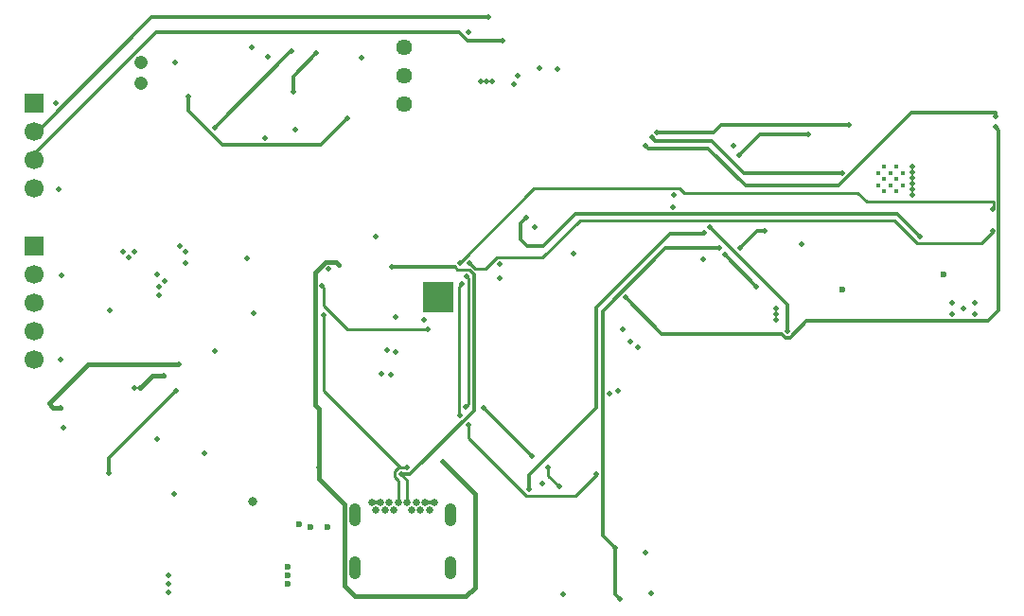
<source format=gbr>
%TF.GenerationSoftware,KiCad,Pcbnew,9.0.4*%
%TF.CreationDate,2025-09-02T02:13:18+05:30*%
%TF.ProjectId,ESP32 project,45535033-3220-4707-926f-6a6563742e6b,rev?*%
%TF.SameCoordinates,Original*%
%TF.FileFunction,Copper,L4,Bot*%
%TF.FilePolarity,Positive*%
%FSLAX46Y46*%
G04 Gerber Fmt 4.6, Leading zero omitted, Abs format (unit mm)*
G04 Created by KiCad (PCBNEW 9.0.4) date 2025-09-02 02:13:18*
%MOMM*%
%LPD*%
G01*
G04 APERTURE LIST*
%TA.AperFunction,ComponentPad*%
%ADD10C,0.400000*%
%TD*%
%TA.AperFunction,ComponentPad*%
%ADD11C,1.208000*%
%TD*%
%TA.AperFunction,ComponentPad*%
%ADD12C,1.440000*%
%TD*%
%TA.AperFunction,ComponentPad*%
%ADD13R,1.700000X1.700000*%
%TD*%
%TA.AperFunction,ComponentPad*%
%ADD14C,1.700000*%
%TD*%
%TA.AperFunction,ComponentPad*%
%ADD15C,0.650000*%
%TD*%
%TA.AperFunction,ComponentPad*%
%ADD16O,1.050000X2.100000*%
%TD*%
%TA.AperFunction,ComponentPad*%
%ADD17C,0.600000*%
%TD*%
%TA.AperFunction,SMDPad,CuDef*%
%ADD18R,2.800000X2.800000*%
%TD*%
%TA.AperFunction,ViaPad*%
%ADD19C,0.500000*%
%TD*%
%TA.AperFunction,ViaPad*%
%ADD20C,0.600000*%
%TD*%
%TA.AperFunction,ViaPad*%
%ADD21C,0.800000*%
%TD*%
%TA.AperFunction,Conductor*%
%ADD22C,0.254000*%
%TD*%
%TA.AperFunction,Conductor*%
%ADD23C,0.300000*%
%TD*%
%TA.AperFunction,Conductor*%
%ADD24C,0.400000*%
%TD*%
G04 APERTURE END LIST*
D10*
%TO.P,U5,28,GND*%
%TO.N,GND*%
X211300000Y-86850000D03*
%TO.P,U5,29,GND*%
X212400000Y-86850000D03*
%TO.P,U5,30,GND*%
X210750000Y-87400000D03*
%TO.P,U5,31,GND*%
X211850000Y-87400000D03*
%TO.P,U5,32,GND*%
X212950000Y-87400000D03*
%TO.P,U5,33,GND*%
X211300000Y-87950000D03*
%TO.P,U5,34,GND*%
X212400000Y-87950000D03*
%TO.P,U5,35,GND*%
X210750000Y-88500000D03*
%TO.P,U5,36,GND*%
X211850000Y-88500000D03*
%TO.P,U5,37,GND*%
X212950000Y-88500000D03*
%TO.P,U5,38,GND*%
X211300000Y-89050000D03*
%TO.P,U5,39,GND*%
X212400000Y-89050000D03*
%TD*%
D11*
%TO.P,MK1,GND*%
%TO.N,GND*%
X144850000Y-77510000D03*
%TO.P,MK1,OUT*%
%TO.N,Net-(U7-IN+)*%
X144850000Y-79410000D03*
%TD*%
D12*
%TO.P,R32,1*%
%TO.N,/ESP32-C3-02/MIC_OUT*%
X168350000Y-81290000D03*
%TO.P,R32,2*%
X168350000Y-78750000D03*
%TO.P,R32,3*%
%TO.N,Net-(R28-Pad1)*%
X168350000Y-76210000D03*
%TD*%
D13*
%TO.P,J5,1,Pin_1*%
%TO.N,+3.3V*%
X135250000Y-93980000D03*
D14*
%TO.P,J5,2,Pin_2*%
%TO.N,/ESP32-C3-02/GPIO8*%
X135250000Y-96520000D03*
%TO.P,J5,3,Pin_3*%
%TO.N,/ESP32-C3-02/GPIO18*%
X135250000Y-99060000D03*
%TO.P,J5,4,Pin_4*%
%TO.N,/ESP32-C3-02/GPIO19*%
X135250000Y-101600000D03*
%TO.P,J5,5,Pin_5*%
%TO.N,GND*%
X135250000Y-104140000D03*
%TD*%
D15*
%TO.P,J1,B1,GNDB1*%
%TO.N,GND*%
X171050000Y-116870000D03*
%TO.P,J1,B2,SSTXP2*%
%TO.N,unconnected-(J1-SSTXP2-PadB2)*%
X170650000Y-117580000D03*
%TO.P,J1,B3,SSTXN2*%
%TO.N,unconnected-(J1-SSTXN2-PadB3)*%
X169850000Y-117580000D03*
%TO.P,J1,B4,VBUSB1*%
%TO.N,/vBUS*%
X169450000Y-116870000D03*
%TO.P,J1,B5,CC2*%
%TO.N,Net-(J1-CC2)*%
X169050000Y-117580000D03*
%TO.P,J1,B6,DP2*%
%TO.N,/USB_DP*%
X168650000Y-116870000D03*
%TO.P,J1,B7,DN2*%
%TO.N,/USB_DN*%
X167850000Y-116870000D03*
%TO.P,J1,B8,SBU2*%
%TO.N,unconnected-(J1-SBU2-PadB8)*%
X167450000Y-117580000D03*
%TO.P,J1,B9,VBUSB2*%
%TO.N,/vBUS*%
X167050000Y-116870000D03*
%TO.P,J1,B10,SSRXN1*%
%TO.N,unconnected-(J1-SSRXN1-PadB10)*%
X166650000Y-117580000D03*
%TO.P,J1,B11,SSRXP1*%
%TO.N,unconnected-(J1-SSRXP1-PadB11)*%
X165850000Y-117580000D03*
%TO.P,J1,B12,GNDB2*%
%TO.N,GND*%
X165450000Y-116870000D03*
%TO.P,J1,G1,GND/SHIELD*%
X170250000Y-116870000D03*
%TO.P,J1,G2,GND/SHIELD*%
X166250000Y-116870000D03*
D16*
%TO.P,J1,S1,GND/SHIELD*%
X163980000Y-118020000D03*
%TO.P,J1,S2,GND/SHIELD*%
X172520000Y-118020000D03*
%TO.P,J1,S3,GND/SHIELD*%
X163980000Y-122750000D03*
%TO.P,J1,S4,GND/SHIELD*%
X172520000Y-122750000D03*
%TD*%
D17*
%TO.P,U3,21,GND*%
%TO.N,Net-(U3-GND-Pad12)*%
X171000000Y-98527500D03*
X171450000Y-98077500D03*
X171450000Y-98527500D03*
D18*
X171450000Y-98527500D03*
D17*
X171450000Y-98977500D03*
X171900000Y-98527500D03*
%TD*%
D13*
%TO.P,J4,1,Pin_1*%
%TO.N,+3.3V*%
X135250000Y-81190000D03*
D14*
%TO.P,J4,2,Pin_2*%
%TO.N,/ESP32-C3-02/SDA*%
X135250000Y-83730000D03*
%TO.P,J4,3,Pin_3*%
%TO.N,/ESP32-C3-02/SCL*%
X135250000Y-86270000D03*
%TO.P,J4,4,Pin_4*%
%TO.N,GND*%
X135250000Y-88810000D03*
%TD*%
D19*
%TO.N,/+5v_USB*%
X146830331Y-105569669D03*
%TO.N,/ESP32-C3-02/CTS*%
X185549000Y-114350000D03*
X174148236Y-109998236D03*
X173374707Y-109074707D03*
X173545000Y-97377000D03*
%TO.N,/ESP32-C3-02/RTS*%
X173950000Y-96700000D03*
X182250000Y-115500000D03*
X181250000Y-113750000D03*
X179832000Y-112776000D03*
X179832000Y-112776000D03*
X175450000Y-108400000D03*
X173900000Y-108350000D03*
%TO.N,/ESP32-C3-02/EN*%
X204550000Y-84000000D03*
X198350000Y-85850000D03*
X195200000Y-92805000D03*
X179550000Y-115700000D03*
%TO.N,/ESP32-C3-02/BOOT*%
X200650000Y-92600000D03*
X198413909Y-94136091D03*
X196564225Y-94130620D03*
%TO.N,/ESP32-C3-02/GPIO8*%
X137700000Y-96550000D03*
%TO.N,/ESP32-C3-02/SCL*%
X177200000Y-75600000D03*
%TO.N,/ESP32-C3-02/SDA*%
X175900000Y-73500000D03*
D20*
%TO.N,+3.3V*%
X207600000Y-97850000D03*
X216650000Y-96500000D03*
D19*
%TO.N,+5V*%
X137600000Y-108450000D03*
X148200000Y-104550000D03*
X154900000Y-100000000D03*
%TO.N,GND*%
X178150000Y-79450000D03*
X147850000Y-77500000D03*
X147320000Y-124206000D03*
X213868000Y-86868000D03*
X213868000Y-88392000D03*
X178500000Y-78700000D03*
X147800000Y-116100000D03*
X218440000Y-99568000D03*
X217424000Y-100076000D03*
X137450000Y-88850000D03*
X174100000Y-74850000D03*
X147320000Y-123444000D03*
X201676000Y-100584000D03*
X203950000Y-93750000D03*
X183550000Y-94650000D03*
X213868000Y-87376000D03*
X142000000Y-99700000D03*
X219456000Y-100076000D03*
X213868000Y-87884000D03*
X219456000Y-99060000D03*
X154300000Y-95100000D03*
X201676000Y-99568000D03*
X189992000Y-121412000D03*
X187500000Y-106900000D03*
X190500000Y-125050000D03*
X150500000Y-112500000D03*
X154750000Y-76150000D03*
X201676000Y-100076000D03*
X165800000Y-93100000D03*
X167600000Y-100350000D03*
X158600000Y-83550000D03*
X147320000Y-124968000D03*
X213868000Y-89408000D03*
X213868000Y-88900000D03*
X186750000Y-107200000D03*
X182600000Y-125150000D03*
X146304000Y-111252000D03*
X217424000Y-99060000D03*
X137850000Y-110200000D03*
X137650000Y-104150000D03*
X187900000Y-101400000D03*
X197850000Y-85000000D03*
X167200000Y-105450000D03*
X151400000Y-103350000D03*
X166350000Y-105350000D03*
D20*
%TO.N,/vBUS*%
X159004000Y-118872000D03*
D19*
X160750000Y-113800000D03*
X162550000Y-95650000D03*
D20*
X161544000Y-119126000D03*
D19*
X171850000Y-113250000D03*
D20*
X160020000Y-119097979D03*
D19*
%TO.N,+3.3V*%
X144272000Y-94488000D03*
X166850000Y-103250000D03*
X156150000Y-77050000D03*
X180050000Y-92300000D03*
X146939710Y-97055231D03*
X148336000Y-93980000D03*
X192500000Y-89400000D03*
X175768000Y-79248000D03*
X155900000Y-84300000D03*
X143256000Y-94488000D03*
X176276000Y-79248000D03*
X167600000Y-103450000D03*
X143764000Y-94996000D03*
X180450000Y-78000000D03*
X146450000Y-98389560D03*
X175260000Y-79248000D03*
X146304000Y-96520000D03*
X189300000Y-103050000D03*
X182050000Y-78100000D03*
X148844000Y-95504000D03*
X188600000Y-102500000D03*
X195100000Y-95150000D03*
X137250000Y-81150000D03*
X176900000Y-95600000D03*
X148844000Y-94488000D03*
X176900000Y-96800000D03*
X170180000Y-100584000D03*
X180700000Y-115200000D03*
X192450000Y-90500000D03*
X146450000Y-97600000D03*
X164600000Y-77150000D03*
D20*
%TO.N,/+5v_USB*%
X157988000Y-124206000D03*
X157988000Y-123444000D03*
D21*
X154800000Y-116800000D03*
D19*
X144780000Y-106680000D03*
D20*
X157988000Y-122682000D03*
D19*
X144272000Y-106680000D03*
%TO.N,Net-(U3-VBUS)*%
X161600000Y-96012000D03*
X170500000Y-101450000D03*
X161036000Y-97536000D03*
%TO.N,Net-(C16-Pad2)*%
X158300000Y-76550000D03*
X151450000Y-83350000D03*
%TO.N,/ESP32-C3-02/MIC_OUT*%
X221300000Y-82400000D03*
X190000000Y-84950000D03*
%TO.N,/ESP32-C3-02/BOOT*%
X187250000Y-121000000D03*
X187650000Y-125500000D03*
%TO.N,Net-(U1-STAT2)*%
X147950000Y-106950000D03*
X141950000Y-114300000D03*
%TO.N,/ESP32-C3-02/SDA*%
X208150000Y-83150000D03*
X191008000Y-83820000D03*
%TO.N,Net-(J3-DAT0)*%
X199900000Y-97600000D03*
X197050000Y-94750000D03*
%TO.N,/ESP32-C3-02/SCL*%
X190532348Y-84263011D03*
X207550000Y-87450000D03*
%TO.N,/ESP32-C3-02/PHOTO_C*%
X221250000Y-83300000D03*
X188150000Y-98550000D03*
%TO.N,Net-(U7-IN+)*%
X163300000Y-82550000D03*
X149100000Y-80600000D03*
%TO.N,/ESP32-C3-02/SCLK*%
X195750000Y-92250000D03*
X202692000Y-101600000D03*
%TO.N,/ESP32-C3-02/CS*%
X179300000Y-91400000D03*
X214500000Y-93150000D03*
%TO.N,/USB_DN*%
X161200000Y-100150000D03*
X168656000Y-113792000D03*
%TO.N,/USB_DP*%
X168084136Y-114369000D03*
X167250000Y-95850000D03*
%TO.N,/ESP32-C3-02/RX_TX*%
X174244000Y-95504000D03*
X221000000Y-92600000D03*
%TO.N,/ESP32-C3-02/TX_RX*%
X173350000Y-95450000D03*
X221000000Y-90650000D03*
%TO.N,Net-(U7-IN-)*%
X160528000Y-76708000D03*
X158450000Y-80150000D03*
%TD*%
D22*
%TO.N,/ESP32-C3-02/RTS*%
X174122000Y-96872000D02*
X173950000Y-96700000D01*
X174122000Y-108128000D02*
X174122000Y-96872000D01*
X173900000Y-108350000D02*
X174122000Y-108128000D01*
D23*
%TO.N,GND*%
X170250000Y-116870000D02*
X171050000Y-116870000D01*
X165450000Y-116870000D02*
X166250000Y-116870000D01*
D24*
%TO.N,/+5v_USB*%
X145890331Y-105569669D02*
X144780000Y-106680000D01*
X146830331Y-105569669D02*
X145890331Y-105569669D01*
D22*
%TO.N,/ESP32-C3-02/CTS*%
X183722000Y-116278000D02*
X185650000Y-114350000D01*
X179310584Y-116278000D02*
X183722000Y-116278000D01*
X185650000Y-114350000D02*
X185549000Y-114350000D01*
X174148236Y-111115652D02*
X179310584Y-116278000D01*
X174148236Y-109998236D02*
X174148236Y-111115652D01*
X173322000Y-109022000D02*
X173374707Y-109074707D01*
X173322000Y-97600000D02*
X173322000Y-109022000D01*
X173545000Y-97377000D02*
X173322000Y-97600000D01*
%TO.N,/USB_DP*%
X173132057Y-96082000D02*
X172900057Y-95850000D01*
X174600000Y-96503468D02*
X174178532Y-96082000D01*
X174178532Y-96082000D02*
X173132057Y-96082000D01*
X174600000Y-96535994D02*
X174600000Y-96503468D01*
D23*
X168049000Y-114369000D02*
X168084136Y-114369000D01*
X168073000Y-114393000D02*
X168049000Y-114369000D01*
X168904943Y-114393000D02*
X168073000Y-114393000D01*
X174600000Y-108697943D02*
X168904943Y-114393000D01*
X174600000Y-96535994D02*
X174600000Y-108697943D01*
X167250000Y-95850000D02*
X172900057Y-95850000D01*
D22*
%TO.N,/ESP32-C3-02/RX_TX*%
X174752000Y-96012000D02*
X175670584Y-96012000D01*
X174752000Y-96012000D02*
X174244000Y-95504000D01*
X220022000Y-93678000D02*
X221100000Y-92600000D01*
X214281295Y-93678000D02*
X220022000Y-93678000D01*
X221100000Y-92600000D02*
X221000000Y-92600000D01*
X212253295Y-91650000D02*
X214281295Y-93678000D01*
X184100000Y-91650000D02*
X212253295Y-91650000D01*
X176682584Y-95000000D02*
X180750000Y-95000000D01*
X180750000Y-95000000D02*
X184100000Y-91650000D01*
X175670584Y-96012000D02*
X176682584Y-95000000D01*
%TO.N,/ESP32-C3-02/RTS*%
X181250000Y-114500000D02*
X182250000Y-115500000D01*
X181250000Y-113750000D02*
X181250000Y-114500000D01*
X179826000Y-112776000D02*
X179832000Y-112776000D01*
X175450000Y-108400000D02*
X179826000Y-112776000D01*
D23*
%TO.N,/ESP32-C3-02/EN*%
X200200000Y-84000000D02*
X204550000Y-84000000D01*
X198350000Y-85850000D02*
X200200000Y-84000000D01*
X185550000Y-99450000D02*
X192150000Y-92850000D01*
X192150000Y-92850000D02*
X195200000Y-92850000D01*
X179550000Y-114450000D02*
X185550000Y-108450000D01*
X179550000Y-115700000D02*
X179550000Y-114450000D01*
X185550000Y-108450000D02*
X185550000Y-99450000D01*
X195200000Y-92850000D02*
X195200000Y-92805000D01*
%TO.N,/ESP32-C3-02/BOOT*%
X199950000Y-92600000D02*
X200650000Y-92600000D01*
X198413909Y-94136091D02*
X199950000Y-92600000D01*
X196583605Y-94150000D02*
X196564225Y-94130620D01*
X196600000Y-94150000D02*
X196583605Y-94150000D01*
X186149000Y-99771768D02*
X191770768Y-94150000D01*
X191770768Y-94150000D02*
X196600000Y-94150000D01*
X186149000Y-119899000D02*
X186149000Y-99771768D01*
X187250000Y-121000000D02*
X186149000Y-119899000D01*
%TO.N,/ESP32-C3-02/SCL*%
X174000057Y-75600000D02*
X177200000Y-75600000D01*
X173259483Y-74859426D02*
X174000057Y-75600000D01*
X146150000Y-74859426D02*
X173259483Y-74859426D01*
X135250000Y-85759426D02*
X146150000Y-74859426D01*
X135250000Y-86270000D02*
X135250000Y-85759426D01*
%TO.N,/ESP32-C3-02/SDA*%
X145800000Y-73500000D02*
X175900000Y-73500000D01*
X135570000Y-83730000D02*
X145800000Y-73500000D01*
X135250000Y-83730000D02*
X135570000Y-83730000D01*
D22*
%TO.N,/USB_DN*%
X168041000Y-113791000D02*
X167333000Y-113083000D01*
X167844720Y-113791000D02*
X168041000Y-113791000D01*
X167506136Y-114608416D02*
X167506136Y-114129584D01*
X167850000Y-114952280D02*
X167506136Y-114608416D01*
X167850000Y-116870000D02*
X167850000Y-114952280D01*
X167506136Y-114129584D02*
X167844720Y-113791000D01*
%TO.N,/USB_DP*%
X168650000Y-114934864D02*
X168084136Y-114369000D01*
X168650000Y-116870000D02*
X168650000Y-114934864D01*
%TO.N,/USB_DN*%
X167333000Y-113083000D02*
X161200000Y-106950000D01*
D24*
%TO.N,+5V*%
X136600000Y-108050000D02*
X140100000Y-104550000D01*
X137000000Y-108450000D02*
X136600000Y-108050000D01*
X140100000Y-104550000D02*
X148150000Y-104550000D01*
X137600000Y-108450000D02*
X137000000Y-108450000D01*
%TO.N,/vBUS*%
X160750000Y-113800000D02*
X160750000Y-114807438D01*
X161330346Y-95361000D02*
X162261000Y-95361000D01*
X164000000Y-125300000D02*
X173900000Y-125300000D01*
X163054000Y-124354000D02*
X164000000Y-125300000D01*
X160385000Y-108185000D02*
X160385000Y-96306346D01*
X160750000Y-114807438D02*
X163054000Y-117111438D01*
X174700000Y-124500000D02*
X174700000Y-116100000D01*
X160385000Y-96306346D02*
X161330346Y-95361000D01*
X163054000Y-117111438D02*
X163054000Y-124354000D01*
X160750000Y-108550000D02*
X160385000Y-108185000D01*
X173900000Y-125300000D02*
X174700000Y-124500000D01*
X160750000Y-113800000D02*
X160750000Y-108550000D01*
X162261000Y-95361000D02*
X162550000Y-95650000D01*
X174700000Y-116100000D02*
X171850000Y-113250000D01*
D22*
%TO.N,Net-(U3-VBUS)*%
X161150000Y-97650000D02*
X161036000Y-97536000D01*
X170500000Y-101450000D02*
X163317416Y-101450000D01*
X163317416Y-101450000D02*
X161150000Y-99282584D01*
X161150000Y-99282584D02*
X161150000Y-97750000D01*
X161150000Y-97750000D02*
X161150000Y-97650000D01*
D23*
%TO.N,Net-(C16-Pad2)*%
X151450000Y-83350000D02*
X158250000Y-76550000D01*
X158250000Y-76550000D02*
X158300000Y-76550000D01*
%TO.N,/ESP32-C3-02/MIC_OUT*%
X190250000Y-85200000D02*
X190000000Y-84950000D01*
X198900000Y-88550000D02*
X195550000Y-85200000D01*
X221300000Y-82400000D02*
X221300000Y-82484000D01*
X221300000Y-82484000D02*
X221300000Y-82050000D01*
X221300000Y-82050000D02*
X213729232Y-82050000D01*
X195550000Y-85200000D02*
X190250000Y-85200000D01*
X207229232Y-88550000D02*
X198900000Y-88550000D01*
X213729232Y-82050000D02*
X207229232Y-88550000D01*
%TO.N,/ESP32-C3-02/BOOT*%
X187250000Y-121000000D02*
X187250000Y-125100000D01*
X187250000Y-125100000D02*
X187650000Y-125500000D01*
%TO.N,Net-(U1-STAT2)*%
X147950000Y-106950000D02*
X141950000Y-112950000D01*
X141950000Y-112950000D02*
X141950000Y-114300000D01*
%TO.N,/ESP32-C3-02/SDA*%
X196758000Y-83150000D02*
X196088000Y-83820000D01*
X208150000Y-83150000D02*
X196758000Y-83150000D01*
X196088000Y-83820000D02*
X191008000Y-83820000D01*
%TO.N,Net-(J3-DAT0)*%
X199900000Y-97600000D02*
X197050000Y-94750000D01*
%TO.N,/ESP32-C3-02/SCL*%
X195900000Y-84550000D02*
X198800000Y-87450000D01*
X190819337Y-84550000D02*
X195900000Y-84550000D01*
X190532348Y-84263011D02*
X190819337Y-84550000D01*
X198800000Y-87450000D02*
X207550000Y-87450000D01*
%TO.N,/ESP32-C3-02/PHOTO_C*%
X221550000Y-99750000D02*
X220623000Y-100677000D01*
X221250000Y-83300000D02*
X221550000Y-83600000D01*
X202463768Y-102151000D02*
X202141000Y-101828232D01*
X191428232Y-101828232D02*
X188150000Y-98550000D01*
X204394232Y-100677000D02*
X202920232Y-102151000D01*
X202920232Y-102151000D02*
X202463768Y-102151000D01*
X221550000Y-83600000D02*
X221550000Y-99750000D01*
X202141000Y-101828232D02*
X191428232Y-101828232D01*
X220623000Y-100677000D02*
X204394232Y-100677000D01*
%TO.N,Net-(U7-IN+)*%
X152151057Y-84901000D02*
X160949000Y-84901000D01*
X160949000Y-84901000D02*
X163300000Y-82550000D01*
X149100000Y-81849943D02*
X152151057Y-84901000D01*
X149100000Y-80600000D02*
X149100000Y-81849943D01*
%TO.N,/ESP32-C3-02/SCLK*%
X202692000Y-101600000D02*
X202692000Y-99192000D01*
X202692000Y-99192000D02*
X195750000Y-92250000D01*
%TO.N,/ESP32-C3-02/CS*%
X183700000Y-91100000D02*
X212450000Y-91100000D01*
X179400000Y-93950000D02*
X180850000Y-93950000D01*
X180850000Y-93950000D02*
X183700000Y-91100000D01*
X212450000Y-91100000D02*
X214500000Y-93150000D01*
X178800000Y-91900000D02*
X178800000Y-93350000D01*
X179300000Y-91400000D02*
X178800000Y-91900000D01*
X178800000Y-93350000D02*
X179400000Y-93950000D01*
D22*
%TO.N,/USB_DN*%
X168550000Y-113792000D02*
X168042000Y-113792000D01*
X168042000Y-113792000D02*
X167333000Y-113083000D01*
X161200000Y-106950000D02*
X161200000Y-100150000D01*
%TO.N,/ESP32-C3-02/TX_RX*%
X193000000Y-88800000D02*
X193400000Y-89200000D01*
X215050000Y-89950000D02*
X221072000Y-89950000D01*
X221072000Y-89950000D02*
X221122000Y-90000000D01*
X208950000Y-89200000D02*
X209736000Y-89986000D01*
X221122000Y-90650000D02*
X221000000Y-90650000D01*
X193400000Y-89200000D02*
X208950000Y-89200000D01*
X209736000Y-89986000D02*
X215014000Y-89986000D01*
X215014000Y-89986000D02*
X215050000Y-89950000D01*
X221122000Y-90000000D02*
X221122000Y-90650000D01*
X173350000Y-95450000D02*
X180000000Y-88800000D01*
X180000000Y-88800000D02*
X193000000Y-88800000D01*
D23*
%TO.N,Net-(U7-IN-)*%
X158450000Y-78786000D02*
X158450000Y-80150000D01*
X160528000Y-76708000D02*
X158450000Y-78786000D01*
%TD*%
M02*

</source>
